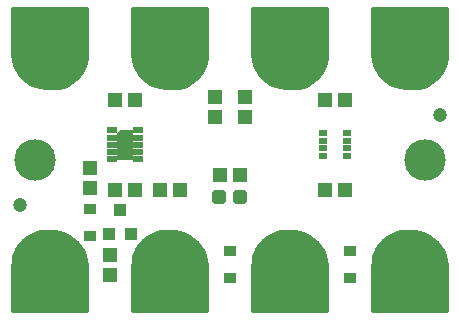
<source format=gts>
G75*
%MOIN*%
%OFA0B0*%
%FSLAX25Y25*%
%IPPOS*%
%LPD*%
%AMOC8*
5,1,8,0,0,1.08239X$1,22.5*
%
%ADD10R,0.04737X0.05131*%
%ADD11R,0.05131X0.04737*%
%ADD12C,0.13800*%
%ADD13C,0.04737*%
%ADD14R,0.03556X0.02375*%
%ADD15C,0.00197*%
%ADD16R,0.02769X0.02178*%
%ADD17C,0.20800*%
%ADD18C,0.01000*%
%ADD19R,0.04068X0.03280*%
%ADD20C,0.01990*%
%ADD21R,0.03950X0.04343*%
D10*
X0173333Y0308054D03*
X0173333Y0314746D03*
X0166833Y0337054D03*
X0166833Y0343746D03*
X0208333Y0360554D03*
X0208333Y0367246D03*
X0218333Y0367246D03*
X0218333Y0360554D03*
D11*
X0216680Y0341400D03*
X0209987Y0341400D03*
X0196680Y0336400D03*
X0189987Y0336400D03*
X0181680Y0336400D03*
X0174987Y0336400D03*
X0174987Y0366400D03*
X0181680Y0366400D03*
X0244987Y0366400D03*
X0251680Y0366400D03*
X0251680Y0336400D03*
X0244987Y0336400D03*
D12*
X0278333Y0346400D03*
X0148333Y0346400D03*
D13*
X0143333Y0331400D03*
X0283333Y0361400D03*
D14*
X0182664Y0356124D03*
X0182664Y0353762D03*
X0182664Y0351400D03*
X0182664Y0349038D03*
X0182664Y0346676D03*
X0174003Y0346676D03*
X0174003Y0349038D03*
X0174003Y0351400D03*
X0174003Y0353762D03*
X0174003Y0356124D03*
D15*
X0175873Y0355140D02*
X0176955Y0356223D01*
X0180794Y0356223D01*
X0180794Y0346577D01*
X0175873Y0346577D01*
X0175873Y0355140D01*
X0175936Y0355204D02*
X0180794Y0355204D01*
X0180794Y0355399D02*
X0176132Y0355399D01*
X0176327Y0355595D02*
X0180794Y0355595D01*
X0180794Y0355790D02*
X0176523Y0355790D01*
X0176718Y0355985D02*
X0180794Y0355985D01*
X0180794Y0356181D02*
X0176913Y0356181D01*
X0175873Y0355009D02*
X0180794Y0355009D01*
X0180794Y0354813D02*
X0175873Y0354813D01*
X0175873Y0354618D02*
X0180794Y0354618D01*
X0180794Y0354422D02*
X0175873Y0354422D01*
X0175873Y0354227D02*
X0180794Y0354227D01*
X0180794Y0354032D02*
X0175873Y0354032D01*
X0175873Y0353836D02*
X0180794Y0353836D01*
X0180794Y0353641D02*
X0175873Y0353641D01*
X0175873Y0353446D02*
X0180794Y0353446D01*
X0180794Y0353250D02*
X0175873Y0353250D01*
X0175873Y0353055D02*
X0180794Y0353055D01*
X0180794Y0352860D02*
X0175873Y0352860D01*
X0175873Y0352664D02*
X0180794Y0352664D01*
X0180794Y0352469D02*
X0175873Y0352469D01*
X0175873Y0352273D02*
X0180794Y0352273D01*
X0180794Y0352078D02*
X0175873Y0352078D01*
X0175873Y0351883D02*
X0180794Y0351883D01*
X0180794Y0351687D02*
X0175873Y0351687D01*
X0175873Y0351492D02*
X0180794Y0351492D01*
X0180794Y0351297D02*
X0175873Y0351297D01*
X0175873Y0351101D02*
X0180794Y0351101D01*
X0180794Y0350906D02*
X0175873Y0350906D01*
X0175873Y0350711D02*
X0180794Y0350711D01*
X0180794Y0350515D02*
X0175873Y0350515D01*
X0175873Y0350320D02*
X0180794Y0350320D01*
X0180794Y0350124D02*
X0175873Y0350124D01*
X0175873Y0349929D02*
X0180794Y0349929D01*
X0180794Y0349734D02*
X0175873Y0349734D01*
X0175873Y0349538D02*
X0180794Y0349538D01*
X0180794Y0349343D02*
X0175873Y0349343D01*
X0175873Y0349148D02*
X0180794Y0349148D01*
X0180794Y0348952D02*
X0175873Y0348952D01*
X0175873Y0348757D02*
X0180794Y0348757D01*
X0180794Y0348562D02*
X0175873Y0348562D01*
X0175873Y0348366D02*
X0180794Y0348366D01*
X0180794Y0348171D02*
X0175873Y0348171D01*
X0175873Y0347975D02*
X0180794Y0347975D01*
X0180794Y0347780D02*
X0175873Y0347780D01*
X0175873Y0347585D02*
X0180794Y0347585D01*
X0180794Y0347389D02*
X0175873Y0347389D01*
X0175873Y0347194D02*
X0180794Y0347194D01*
X0180794Y0346999D02*
X0175873Y0346999D01*
X0175873Y0346803D02*
X0180794Y0346803D01*
X0180794Y0346608D02*
X0175873Y0346608D01*
D16*
X0244298Y0347561D03*
X0244298Y0350120D03*
X0244298Y0352680D03*
X0244298Y0355239D03*
X0252369Y0355239D03*
X0252369Y0352680D03*
X0252369Y0350120D03*
X0252369Y0347561D03*
D17*
X0233333Y0382400D03*
X0193333Y0382400D03*
X0153333Y0382400D03*
X0153333Y0310400D03*
X0193333Y0310400D03*
X0233333Y0310400D03*
X0273333Y0310400D03*
X0273333Y0382400D03*
D18*
X0140933Y0311000D02*
X0140933Y0296000D01*
X0165733Y0296000D01*
X0165733Y0311400D01*
X0165528Y0313073D01*
X0165086Y0314700D01*
X0164418Y0316248D01*
X0163536Y0317684D01*
X0162458Y0318981D01*
X0161207Y0320111D01*
X0159808Y0321051D01*
X0158289Y0321783D01*
X0156682Y0322291D01*
X0155019Y0322565D01*
X0153333Y0322600D01*
X0151733Y0322646D01*
X0150143Y0322466D01*
X0148594Y0322062D01*
X0147118Y0321443D01*
X0145745Y0320621D01*
X0144501Y0319613D01*
X0143413Y0318440D01*
X0142502Y0317124D01*
X0141786Y0315693D01*
X0141280Y0314174D01*
X0140994Y0312599D01*
X0140933Y0311000D01*
X0140948Y0311378D02*
X0165733Y0311378D01*
X0165733Y0310379D02*
X0140933Y0310379D01*
X0140933Y0309381D02*
X0165733Y0309381D01*
X0165733Y0308382D02*
X0140933Y0308382D01*
X0140933Y0307384D02*
X0165733Y0307384D01*
X0165733Y0306385D02*
X0140933Y0306385D01*
X0140933Y0305387D02*
X0165733Y0305387D01*
X0165733Y0304388D02*
X0140933Y0304388D01*
X0140933Y0303390D02*
X0165733Y0303390D01*
X0165733Y0302391D02*
X0140933Y0302391D01*
X0140933Y0301393D02*
X0165733Y0301393D01*
X0165733Y0300394D02*
X0140933Y0300394D01*
X0140933Y0299396D02*
X0165733Y0299396D01*
X0165733Y0298397D02*
X0140933Y0298397D01*
X0140933Y0297399D02*
X0165733Y0297399D01*
X0165733Y0296400D02*
X0140933Y0296400D01*
X0140985Y0312376D02*
X0165613Y0312376D01*
X0165446Y0313375D02*
X0141135Y0313375D01*
X0141346Y0314373D02*
X0165175Y0314373D01*
X0164796Y0315372D02*
X0141679Y0315372D01*
X0142125Y0316370D02*
X0164342Y0316370D01*
X0163729Y0317369D02*
X0142671Y0317369D01*
X0143363Y0318367D02*
X0162968Y0318367D01*
X0162032Y0319366D02*
X0144272Y0319366D01*
X0145428Y0320364D02*
X0160830Y0320364D01*
X0159161Y0321363D02*
X0146985Y0321363D01*
X0149743Y0322361D02*
X0156256Y0322361D01*
X0181280Y0314174D02*
X0181786Y0315693D01*
X0182502Y0317124D01*
X0183413Y0318440D01*
X0184501Y0319613D01*
X0185745Y0320621D01*
X0187118Y0321443D01*
X0188594Y0322062D01*
X0190143Y0322466D01*
X0191733Y0322646D01*
X0193333Y0322600D01*
X0195019Y0322565D01*
X0196682Y0322291D01*
X0198289Y0321783D01*
X0199808Y0321051D01*
X0201207Y0320111D01*
X0202458Y0318981D01*
X0203536Y0317684D01*
X0204418Y0316248D01*
X0205086Y0314700D01*
X0205528Y0313073D01*
X0205733Y0311400D01*
X0205733Y0296000D01*
X0180933Y0296000D01*
X0180933Y0311000D01*
X0180994Y0312599D01*
X0181280Y0314174D01*
X0181346Y0314373D02*
X0205175Y0314373D01*
X0205446Y0313375D02*
X0181135Y0313375D01*
X0180985Y0312376D02*
X0205613Y0312376D01*
X0205733Y0311378D02*
X0180948Y0311378D01*
X0180933Y0310379D02*
X0205733Y0310379D01*
X0205733Y0309381D02*
X0180933Y0309381D01*
X0180933Y0308382D02*
X0205733Y0308382D01*
X0205733Y0307384D02*
X0180933Y0307384D01*
X0180933Y0306385D02*
X0205733Y0306385D01*
X0205733Y0305387D02*
X0180933Y0305387D01*
X0180933Y0304388D02*
X0205733Y0304388D01*
X0205733Y0303390D02*
X0180933Y0303390D01*
X0180933Y0302391D02*
X0205733Y0302391D01*
X0205733Y0301393D02*
X0180933Y0301393D01*
X0180933Y0300394D02*
X0205733Y0300394D01*
X0205733Y0299396D02*
X0180933Y0299396D01*
X0180933Y0298397D02*
X0205733Y0298397D01*
X0205733Y0297399D02*
X0180933Y0297399D01*
X0180933Y0296400D02*
X0205733Y0296400D01*
X0220933Y0296400D02*
X0245733Y0296400D01*
X0245733Y0296000D02*
X0245733Y0311400D01*
X0245528Y0313073D01*
X0245086Y0314700D01*
X0244418Y0316248D01*
X0243536Y0317684D01*
X0242458Y0318981D01*
X0241207Y0320111D01*
X0239808Y0321051D01*
X0238289Y0321783D01*
X0236682Y0322291D01*
X0235019Y0322565D01*
X0233333Y0322600D01*
X0231733Y0322646D01*
X0230143Y0322466D01*
X0228594Y0322062D01*
X0227118Y0321443D01*
X0225745Y0320621D01*
X0224501Y0319613D01*
X0223413Y0318440D01*
X0222502Y0317124D01*
X0221786Y0315693D01*
X0221280Y0314174D01*
X0220994Y0312599D01*
X0220933Y0311000D01*
X0220933Y0296000D01*
X0245733Y0296000D01*
X0245733Y0297399D02*
X0220933Y0297399D01*
X0220933Y0298397D02*
X0245733Y0298397D01*
X0245733Y0299396D02*
X0220933Y0299396D01*
X0220933Y0300394D02*
X0245733Y0300394D01*
X0245733Y0301393D02*
X0220933Y0301393D01*
X0220933Y0302391D02*
X0245733Y0302391D01*
X0245733Y0303390D02*
X0220933Y0303390D01*
X0220933Y0304388D02*
X0245733Y0304388D01*
X0245733Y0305387D02*
X0220933Y0305387D01*
X0220933Y0306385D02*
X0245733Y0306385D01*
X0245733Y0307384D02*
X0220933Y0307384D01*
X0220933Y0308382D02*
X0245733Y0308382D01*
X0245733Y0309381D02*
X0220933Y0309381D01*
X0220933Y0310379D02*
X0245733Y0310379D01*
X0245733Y0311378D02*
X0220948Y0311378D01*
X0220985Y0312376D02*
X0245613Y0312376D01*
X0245446Y0313375D02*
X0221135Y0313375D01*
X0221346Y0314373D02*
X0245175Y0314373D01*
X0244796Y0315372D02*
X0221679Y0315372D01*
X0222125Y0316370D02*
X0244342Y0316370D01*
X0243729Y0317369D02*
X0222671Y0317369D01*
X0223363Y0318367D02*
X0242968Y0318367D01*
X0242032Y0319366D02*
X0224272Y0319366D01*
X0225428Y0320364D02*
X0240830Y0320364D01*
X0239161Y0321363D02*
X0226985Y0321363D01*
X0229743Y0322361D02*
X0236256Y0322361D01*
X0261280Y0314174D02*
X0261786Y0315693D01*
X0262502Y0317124D01*
X0263413Y0318440D01*
X0264501Y0319613D01*
X0265745Y0320621D01*
X0267118Y0321443D01*
X0268594Y0322062D01*
X0270143Y0322466D01*
X0271733Y0322646D01*
X0273333Y0322600D01*
X0275019Y0322565D01*
X0276682Y0322291D01*
X0278289Y0321783D01*
X0279808Y0321051D01*
X0281207Y0320111D01*
X0282458Y0318981D01*
X0283536Y0317684D01*
X0284418Y0316248D01*
X0285086Y0314700D01*
X0285528Y0313073D01*
X0285733Y0311400D01*
X0285733Y0296000D01*
X0260933Y0296000D01*
X0260933Y0311000D01*
X0260994Y0312599D01*
X0261280Y0314174D01*
X0261346Y0314373D02*
X0285175Y0314373D01*
X0285446Y0313375D02*
X0261135Y0313375D01*
X0260985Y0312376D02*
X0285613Y0312376D01*
X0285733Y0311378D02*
X0260948Y0311378D01*
X0260933Y0310379D02*
X0285733Y0310379D01*
X0285733Y0309381D02*
X0260933Y0309381D01*
X0260933Y0308382D02*
X0285733Y0308382D01*
X0285733Y0307384D02*
X0260933Y0307384D01*
X0260933Y0306385D02*
X0285733Y0306385D01*
X0285733Y0305387D02*
X0260933Y0305387D01*
X0260933Y0304388D02*
X0285733Y0304388D01*
X0285733Y0303390D02*
X0260933Y0303390D01*
X0260933Y0302391D02*
X0285733Y0302391D01*
X0285733Y0301393D02*
X0260933Y0301393D01*
X0260933Y0300394D02*
X0285733Y0300394D01*
X0285733Y0299396D02*
X0260933Y0299396D01*
X0260933Y0298397D02*
X0285733Y0298397D01*
X0285733Y0297399D02*
X0260933Y0297399D01*
X0260933Y0296400D02*
X0285733Y0296400D01*
X0284796Y0315372D02*
X0261679Y0315372D01*
X0262125Y0316370D02*
X0284342Y0316370D01*
X0283729Y0317369D02*
X0262671Y0317369D01*
X0263363Y0318367D02*
X0282968Y0318367D01*
X0282032Y0319366D02*
X0264272Y0319366D01*
X0265428Y0320364D02*
X0280830Y0320364D01*
X0279161Y0321363D02*
X0266985Y0321363D01*
X0269743Y0322361D02*
X0276256Y0322361D01*
X0274933Y0370154D02*
X0273333Y0370200D01*
X0271648Y0370235D01*
X0269985Y0370509D01*
X0268377Y0371017D01*
X0266859Y0371749D01*
X0265459Y0372689D01*
X0264208Y0373819D01*
X0263131Y0375116D01*
X0262249Y0376552D01*
X0261580Y0378100D01*
X0261139Y0379727D01*
X0260933Y0381400D01*
X0260933Y0396800D01*
X0285733Y0396800D01*
X0285733Y0381800D01*
X0285673Y0380201D01*
X0285387Y0378626D01*
X0284881Y0377107D01*
X0284165Y0375676D01*
X0283253Y0374360D01*
X0282165Y0373187D01*
X0280922Y0372179D01*
X0279548Y0371357D01*
X0278072Y0370738D01*
X0276523Y0370334D01*
X0274933Y0370154D01*
X0276131Y0370290D02*
X0271314Y0370290D01*
X0267814Y0371288D02*
X0279384Y0371288D01*
X0281055Y0372287D02*
X0266058Y0372287D01*
X0264799Y0373285D02*
X0282257Y0373285D01*
X0283183Y0374284D02*
X0263822Y0374284D01*
X0263029Y0375282D02*
X0283892Y0375282D01*
X0284467Y0376281D02*
X0262416Y0376281D01*
X0261935Y0377279D02*
X0284938Y0377279D01*
X0285271Y0378278D02*
X0261532Y0378278D01*
X0261261Y0379276D02*
X0285505Y0379276D01*
X0285676Y0380275D02*
X0261072Y0380275D01*
X0260949Y0381273D02*
X0285713Y0381273D01*
X0285733Y0382272D02*
X0260933Y0382272D01*
X0260933Y0383270D02*
X0285733Y0383270D01*
X0285733Y0384269D02*
X0260933Y0384269D01*
X0260933Y0385268D02*
X0285733Y0385268D01*
X0285733Y0386266D02*
X0260933Y0386266D01*
X0260933Y0387265D02*
X0285733Y0387265D01*
X0285733Y0388263D02*
X0260933Y0388263D01*
X0260933Y0389262D02*
X0285733Y0389262D01*
X0285733Y0390260D02*
X0260933Y0390260D01*
X0260933Y0391259D02*
X0285733Y0391259D01*
X0285733Y0392257D02*
X0260933Y0392257D01*
X0260933Y0393256D02*
X0285733Y0393256D01*
X0285733Y0394254D02*
X0260933Y0394254D01*
X0260933Y0395253D02*
X0285733Y0395253D01*
X0285733Y0396251D02*
X0260933Y0396251D01*
X0245733Y0396251D02*
X0220933Y0396251D01*
X0220933Y0396800D02*
X0220933Y0381400D01*
X0221139Y0379727D01*
X0221580Y0378100D01*
X0222249Y0376552D01*
X0223131Y0375116D01*
X0224208Y0373819D01*
X0225459Y0372689D01*
X0226859Y0371749D01*
X0228377Y0371017D01*
X0229985Y0370509D01*
X0231648Y0370235D01*
X0233333Y0370200D01*
X0234933Y0370154D01*
X0236523Y0370334D01*
X0238072Y0370738D01*
X0239548Y0371357D01*
X0240922Y0372179D01*
X0242165Y0373187D01*
X0243253Y0374360D01*
X0244165Y0375676D01*
X0244881Y0377107D01*
X0245387Y0378626D01*
X0245673Y0380201D01*
X0245733Y0381800D01*
X0245733Y0396800D01*
X0220933Y0396800D01*
X0220933Y0395253D02*
X0245733Y0395253D01*
X0245733Y0394254D02*
X0220933Y0394254D01*
X0220933Y0393256D02*
X0245733Y0393256D01*
X0245733Y0392257D02*
X0220933Y0392257D01*
X0220933Y0391259D02*
X0245733Y0391259D01*
X0245733Y0390260D02*
X0220933Y0390260D01*
X0220933Y0389262D02*
X0245733Y0389262D01*
X0245733Y0388263D02*
X0220933Y0388263D01*
X0220933Y0387265D02*
X0245733Y0387265D01*
X0245733Y0386266D02*
X0220933Y0386266D01*
X0220933Y0385268D02*
X0245733Y0385268D01*
X0245733Y0384269D02*
X0220933Y0384269D01*
X0220933Y0383270D02*
X0245733Y0383270D01*
X0245733Y0382272D02*
X0220933Y0382272D01*
X0220949Y0381273D02*
X0245713Y0381273D01*
X0245676Y0380275D02*
X0221072Y0380275D01*
X0221261Y0379276D02*
X0245505Y0379276D01*
X0245271Y0378278D02*
X0221532Y0378278D01*
X0221935Y0377279D02*
X0244938Y0377279D01*
X0244467Y0376281D02*
X0222416Y0376281D01*
X0223029Y0375282D02*
X0243892Y0375282D01*
X0243183Y0374284D02*
X0223822Y0374284D01*
X0224799Y0373285D02*
X0242257Y0373285D01*
X0241055Y0372287D02*
X0226058Y0372287D01*
X0227814Y0371288D02*
X0239384Y0371288D01*
X0236131Y0370290D02*
X0231314Y0370290D01*
X0205387Y0378626D02*
X0204881Y0377107D01*
X0204165Y0375676D01*
X0203253Y0374360D01*
X0202165Y0373187D01*
X0200922Y0372179D01*
X0199548Y0371357D01*
X0198072Y0370738D01*
X0196523Y0370334D01*
X0194933Y0370154D01*
X0193333Y0370200D01*
X0191648Y0370235D01*
X0189985Y0370509D01*
X0188377Y0371017D01*
X0186859Y0371749D01*
X0185459Y0372689D01*
X0184208Y0373819D01*
X0183131Y0375116D01*
X0182249Y0376552D01*
X0181580Y0378100D01*
X0181139Y0379727D01*
X0180933Y0381400D01*
X0180933Y0396800D01*
X0205733Y0396800D01*
X0205733Y0381800D01*
X0205673Y0380201D01*
X0205387Y0378626D01*
X0205271Y0378278D02*
X0181532Y0378278D01*
X0181261Y0379276D02*
X0205505Y0379276D01*
X0205676Y0380275D02*
X0181072Y0380275D01*
X0180949Y0381273D02*
X0205713Y0381273D01*
X0205733Y0382272D02*
X0180933Y0382272D01*
X0180933Y0383270D02*
X0205733Y0383270D01*
X0205733Y0384269D02*
X0180933Y0384269D01*
X0180933Y0385268D02*
X0205733Y0385268D01*
X0205733Y0386266D02*
X0180933Y0386266D01*
X0180933Y0387265D02*
X0205733Y0387265D01*
X0205733Y0388263D02*
X0180933Y0388263D01*
X0180933Y0389262D02*
X0205733Y0389262D01*
X0205733Y0390260D02*
X0180933Y0390260D01*
X0180933Y0391259D02*
X0205733Y0391259D01*
X0205733Y0392257D02*
X0180933Y0392257D01*
X0180933Y0393256D02*
X0205733Y0393256D01*
X0205733Y0394254D02*
X0180933Y0394254D01*
X0180933Y0395253D02*
X0205733Y0395253D01*
X0205733Y0396251D02*
X0180933Y0396251D01*
X0165733Y0396251D02*
X0140933Y0396251D01*
X0140933Y0396800D02*
X0140933Y0381400D01*
X0141139Y0379727D01*
X0141580Y0378100D01*
X0142249Y0376552D01*
X0143131Y0375116D01*
X0144208Y0373819D01*
X0145459Y0372689D01*
X0146859Y0371749D01*
X0148377Y0371017D01*
X0149985Y0370509D01*
X0151648Y0370235D01*
X0153333Y0370200D01*
X0154933Y0370154D01*
X0156523Y0370334D01*
X0158072Y0370738D01*
X0159548Y0371357D01*
X0160922Y0372179D01*
X0162165Y0373187D01*
X0163253Y0374360D01*
X0164165Y0375676D01*
X0164881Y0377107D01*
X0165387Y0378626D01*
X0165673Y0380201D01*
X0165733Y0381800D01*
X0165733Y0396800D01*
X0140933Y0396800D01*
X0140933Y0395253D02*
X0165733Y0395253D01*
X0165733Y0394254D02*
X0140933Y0394254D01*
X0140933Y0393256D02*
X0165733Y0393256D01*
X0165733Y0392257D02*
X0140933Y0392257D01*
X0140933Y0391259D02*
X0165733Y0391259D01*
X0165733Y0390260D02*
X0140933Y0390260D01*
X0140933Y0389262D02*
X0165733Y0389262D01*
X0165733Y0388263D02*
X0140933Y0388263D01*
X0140933Y0387265D02*
X0165733Y0387265D01*
X0165733Y0386266D02*
X0140933Y0386266D01*
X0140933Y0385268D02*
X0165733Y0385268D01*
X0165733Y0384269D02*
X0140933Y0384269D01*
X0140933Y0383270D02*
X0165733Y0383270D01*
X0165733Y0382272D02*
X0140933Y0382272D01*
X0140949Y0381273D02*
X0165713Y0381273D01*
X0165676Y0380275D02*
X0141072Y0380275D01*
X0141261Y0379276D02*
X0165505Y0379276D01*
X0165271Y0378278D02*
X0141532Y0378278D01*
X0141935Y0377279D02*
X0164938Y0377279D01*
X0164467Y0376281D02*
X0142416Y0376281D01*
X0143029Y0375282D02*
X0163892Y0375282D01*
X0163183Y0374284D02*
X0143822Y0374284D01*
X0144799Y0373285D02*
X0162257Y0373285D01*
X0161055Y0372287D02*
X0146058Y0372287D01*
X0147814Y0371288D02*
X0159384Y0371288D01*
X0156131Y0370290D02*
X0151314Y0370290D01*
X0181935Y0377279D02*
X0204938Y0377279D01*
X0204467Y0376281D02*
X0182416Y0376281D01*
X0183029Y0375282D02*
X0203892Y0375282D01*
X0203183Y0374284D02*
X0183822Y0374284D01*
X0184799Y0373285D02*
X0202257Y0373285D01*
X0201055Y0372287D02*
X0186058Y0372287D01*
X0187814Y0371288D02*
X0199384Y0371288D01*
X0196131Y0370290D02*
X0191314Y0370290D01*
X0189743Y0322361D02*
X0196256Y0322361D01*
X0199161Y0321363D02*
X0186985Y0321363D01*
X0185428Y0320364D02*
X0200830Y0320364D01*
X0202032Y0319366D02*
X0184272Y0319366D01*
X0183363Y0318367D02*
X0202968Y0318367D01*
X0203729Y0317369D02*
X0182671Y0317369D01*
X0182125Y0316370D02*
X0204342Y0316370D01*
X0204796Y0315372D02*
X0181679Y0315372D01*
D19*
X0166833Y0320872D03*
X0166833Y0329928D03*
X0213333Y0315928D03*
X0213333Y0306872D03*
X0253333Y0306872D03*
X0253333Y0315928D03*
D20*
X0215413Y0332527D02*
X0215413Y0335273D01*
X0218159Y0335273D01*
X0218159Y0332527D01*
X0215413Y0332527D01*
X0215413Y0334417D02*
X0218159Y0334417D01*
X0208508Y0335273D02*
X0208508Y0332527D01*
X0208508Y0335273D02*
X0211254Y0335273D01*
X0211254Y0332527D01*
X0208508Y0332527D01*
X0208508Y0334417D02*
X0211254Y0334417D01*
D21*
X0180573Y0321463D03*
X0173093Y0321463D03*
X0176833Y0329731D03*
M02*

</source>
